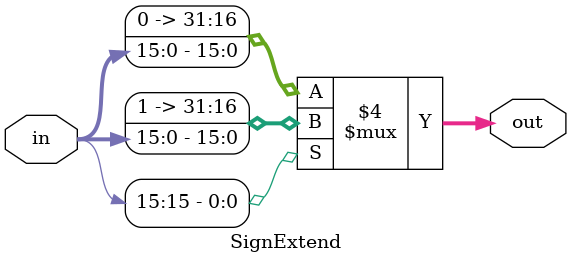
<source format=v>
module SignExtend(out, in);

output reg [31:0] out;
input [15:0] in;

always@(*) begin
  if(in[15] == 1'b1) begin
    out = {16'hFFFF, in};
  end
  else begin
    out = {16'b0, in};
  end
end


endmodule

</source>
